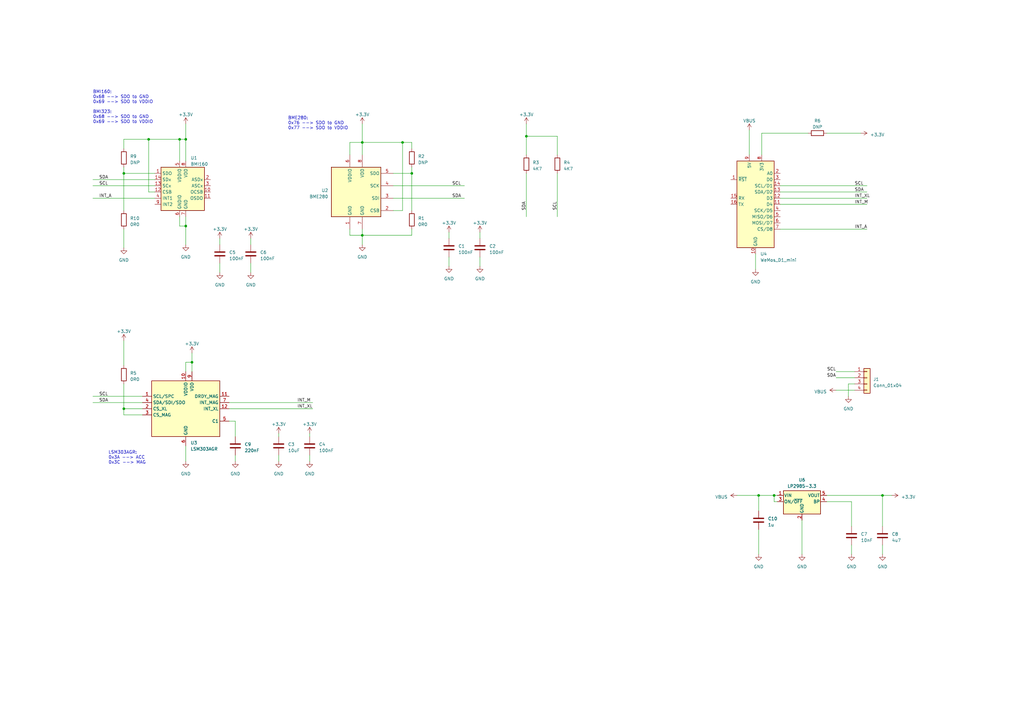
<source format=kicad_sch>
(kicad_sch (version 20230121) (generator eeschema)
  (paper "A3")
  (lib_symbols
    (symbol "Connector_Generic:Conn_01x04" (pin_names (offset 1.016) hide)
      (property "Reference" "J" (at 0 5.08 0))
      (property "Value" "Conn_01x04" (at 0 -7.62 0))
      (symbol "Conn_01x04_1_1"
        (rectangle (start -1.27 -4.953) (end 0 -5.207) (stroke (width 0.1524)))
        (rectangle (start -1.27 -2.413) (end 0 -2.667) (stroke (width 0.1524)))
        (rectangle (start -1.27 0.127) (end 0 -0.127) (stroke (width 0.1524)))
        (rectangle (start -1.27 2.667) (end 0 2.413) (stroke (width 0.1524)))
        (rectangle (start -1.27 3.81) (end 1.27 -6.35) (stroke (width 0.254)) (fill (type background)))
        (pin passive line (at -5.08 2.54 0) (length 3.81) (name "Pin_1") (number "1"))
        (pin passive line (at -5.08 0 0) (length 3.81) (name "Pin_2") (number "2"))
        (pin passive line (at -5.08 -2.54 0) (length 3.81) (name "Pin_3") (number "3"))
        (pin passive line (at -5.08 -5.08 0) (length 3.81) (name "Pin_4") (number "4"))
      )
    )
    (symbol "Device:C" (pin_numbers hide) (pin_names (offset 0.254))
      (property "Reference" "C" (at 0.635 2.54 0))
      (property "Value" "C" (at 0.635 -2.54 0))
      (symbol "C_0_1"
        (polyline (pts (xy -2.032 -0.762) (xy 2.032 -0.762)) (stroke (width 0.508)))
        (polyline (pts (xy -2.032 0.762) (xy 2.032 0.762)) (stroke (width 0.508)))
      )
      (symbol "C_1_1"
        (pin passive line (at 0 3.81 270) (length 2.794) (name "~") (number "1"))
        (pin passive line (at 0 -3.81 90) (length 2.794) (name "~") (number "2"))
      )
    )
    (symbol "Device:R" (pin_numbers hide) (pin_names (offset 0))
      (property "Reference" "R" (at 2.032 0 90))
      (property "Value" "R" (at 0 0 90))
      (symbol "R_0_1"
        (rectangle (start -1.016 -2.54) (end 1.016 2.54) (stroke (width 0.254)))
      )
      (symbol "R_1_1"
        (pin passive line (at 0 3.81 270) (length 1.27) (name "~") (number "1"))
        (pin passive line (at 0 -3.81 90) (length 1.27) (name "~") (number "2"))
      )
    )
    (symbol "MCU_Module:WeMos_D1_mini"
      (property "Reference" "U" (at 3.81 19.05 0))
      (property "Value" "WeMos_D1_mini" (at 1.27 -19.05 0))
      (symbol "WeMos_D1_mini_1_1"
        (rectangle (start -7.62 17.78) (end 7.62 -17.78) (stroke (width 0.254)) (fill (type background)))
        (pin input line (at -10.16 10.16 0) (length 2.54) (name "~{RST}") (number "1"))
        (pin power_in line (at 0 -20.32 90) (length 2.54) (name "GND") (number "10"))
        (pin bidirectional line (at 10.16 0 180) (length 2.54) (name "D4") (number "11"))
        (pin bidirectional line (at 10.16 2.54 180) (length 2.54) (name "D3") (number "12"))
        (pin bidirectional line (at 10.16 5.08 180) (length 2.54) (name "SDA/D2") (number "13"))
        (pin bidirectional line (at 10.16 7.62 180) (length 2.54) (name "SCL/D1") (number "14"))
        (pin input line (at -10.16 2.54 0) (length 2.54) (name "RX") (number "15"))
        (pin output line (at -10.16 0 0) (length 2.54) (name "TX") (number "16"))
        (pin input line (at 10.16 12.7 180) (length 2.54) (name "A0") (number "2"))
        (pin bidirectional line (at 10.16 10.16 180) (length 2.54) (name "D0") (number "3"))
        (pin bidirectional line (at 10.16 -2.54 180) (length 2.54) (name "SCK/D5") (number "4"))
        (pin bidirectional line (at 10.16 -5.08 180) (length 2.54) (name "MISO/D6") (number "5"))
        (pin bidirectional line (at 10.16 -7.62 180) (length 2.54) (name "MOSI/D7") (number "6"))
        (pin bidirectional line (at 10.16 -10.16 180) (length 2.54) (name "CS/D8") (number "7"))
        (pin power_out line (at 2.54 20.32 270) (length 2.54) (name "3V3") (number "8"))
        (pin power_in line (at -2.54 20.32 270) (length 2.54) (name "5V") (number "9"))
      )
    )
    (symbol "Regulator_Linear:LP2985-3.3" (pin_names (offset 0.254))
      (property "Reference" "U" (at -6.35 5.715 0))
      (property "Value" "LP2985-3.3" (at 0 5.715 0))
      (symbol "LP2985-3.3_0_1"
        (rectangle (start -7.62 -5.08) (end 7.62 4.445) (stroke (width 0.254)) (fill (type background)))
      )
      (symbol "LP2985-3.3_1_1"
        (pin power_in line (at -10.16 2.54 0) (length 2.54) (name "VIN") (number "1"))
        (pin power_in line (at 0 -7.62 90) (length 2.54) (name "GND") (number "2"))
        (pin input line (at -10.16 0 0) (length 2.54) (name "ON/~{OFF}") (number "3"))
        (pin input line (at 10.16 0 180) (length 2.54) (name "BP") (number "4"))
        (pin power_out line (at 10.16 2.54 180) (length 2.54) (name "VOUT") (number "5"))
      )
    )
    (symbol "Sensor:BME280"
      (property "Reference" "U" (at -8.89 11.43 0))
      (property "Value" "BME280" (at 7.62 11.43 0))
      (symbol "BME280_0_1"
        (rectangle (start -10.16 10.16) (end 10.16 -10.16) (stroke (width 0.254)) (fill (type background)))
      )
      (symbol "BME280_1_1"
        (pin power_in line (at -2.54 -15.24 90) (length 5.08) (name "GND") (number "1"))
        (pin input line (at 15.24 -7.62 180) (length 5.08) (name "CSB") (number "2"))
        (pin bidirectional line (at 15.24 -2.54 180) (length 5.08) (name "SDI") (number "3"))
        (pin input line (at 15.24 2.54 180) (length 5.08) (name "SCK") (number "4"))
        (pin bidirectional line (at 15.24 7.62 180) (length 5.08) (name "SDO") (number "5"))
        (pin power_in line (at -2.54 15.24 270) (length 5.08) (name "VDDIO") (number "6"))
        (pin power_in line (at 2.54 -15.24 90) (length 5.08) (name "GND") (number "7"))
        (pin power_in line (at 2.54 15.24 270) (length 5.08) (name "VDD") (number "8"))
      )
    )
    (symbol "Sensor_Motion:BMI160"
      (property "Reference" "U" (at -10.16 8.89 0))
      (property "Value" "BMI160" (at 7.62 8.89 0))
      (symbol "BMI160_1_1"
        (rectangle (start -10.16 7.62) (end 7.62 -10.16) (stroke (width 0.254)) (fill (type background)))
        (pin bidirectional line (at -12.7 5.08 0) (length 2.54) (name "SDO") (number "1"))
        (pin bidirectional line (at 10.16 -2.54 180) (length 2.54) (name "OCSB") (number "10"))
        (pin bidirectional line (at 10.16 -5.08 180) (length 2.54) (name "OSDO") (number "11"))
        (pin input line (at -12.7 -2.54 0) (length 2.54) (name "CSB") (number "12"))
        (pin input line (at -12.7 0 0) (length 2.54) (name "SCx") (number "13"))
        (pin bidirectional line (at -12.7 2.54 0) (length 2.54) (name "SDx") (number "14"))
        (pin bidirectional line (at 10.16 2.54 180) (length 2.54) (name "ASDx") (number "2"))
        (pin output line (at 10.16 0 180) (length 2.54) (name "ASCx") (number "3"))
        (pin bidirectional line (at -12.7 -5.08 0) (length 2.54) (name "INT1") (number "4"))
        (pin power_in line (at -2.54 10.16 270) (length 2.54) (name "VDDIO") (number "5"))
        (pin power_in line (at -2.54 -12.7 90) (length 2.54) (name "GNDIO") (number "6"))
        (pin power_in line (at 0 -12.7 90) (length 2.54) (name "GND") (number "7"))
        (pin power_in line (at 0 10.16 270) (length 2.54) (name "VDD") (number "8"))
        (pin bidirectional line (at -12.7 -7.62 0) (length 2.54) (name "INT2") (number "9"))
      )
    )
    (symbol "Sensor_Motion:LSM303C"
      (property "Reference" "U" (at -11.43 15.24 0))
      (property "Value" "LSM303C" (at -5.08 13.97 0))
      (symbol "LSM303C_0_1"
        (rectangle (start 13.97 11.43) (end -13.97 -11.43) (stroke (width 0.254)) (fill (type background)))
      )
      (symbol "LSM303C_1_1"
        (pin input line (at -17.78 5.08 0) (length 3.81) (name "SCL/SPC") (number "1"))
        (pin power_in line (at 0 15.24 270) (length 3.81) (name "VDDIO") (number "10"))
        (pin output line (at 17.78 5.08 180) (length 3.81) (name "DRDY_MAG") (number "11"))
        (pin output line (at 17.78 0 180) (length 3.81) (name "INT_XL") (number "12"))
        (pin input line (at -17.78 0 0) (length 3.81) (name "CS_XL") (number "2"))
        (pin input line (at -17.78 -2.54 0) (length 3.81) (name "CS_MAG") (number "3"))
        (pin bidirectional line (at -17.78 2.54 0) (length 3.81) (name "SDA/SDI/SDO") (number "4"))
        (pin passive line (at 17.78 -5.08 180) (length 3.81) (name "C1") (number "5"))
        (pin power_in line (at 0 -15.24 90) (length 3.81) (name "GND") (number "6"))
        (pin output line (at 17.78 2.54 180) (length 3.81) (name "INT_MAG") (number "7"))
        (pin passive line (at 0 -15.24 90) (length 3.81) hide (name "GND") (number "8"))
        (pin power_in line (at 2.54 15.24 270) (length 3.81) (name "VDD") (number "9"))
      )
    )
    (symbol "power:+3.3V" (power) (pin_names (offset 0))
      (property "Value" "+3.3V" (at 0 3.556 0))
      (symbol "+3.3V_0_1"
        (polyline (pts (xy -0.762 1.27) (xy 0 2.54)))
        (polyline (pts (xy 0 0) (xy 0 2.54)))
        (polyline (pts (xy 0 2.54) (xy 0.762 1.27)))
      )
      (symbol "+3.3V_1_1"
        (pin power_in line (at 0 0 90) (length 0) hide (name "+3.3V") (number "1"))
      )
    )
    (symbol "power:GND" (power) (pin_names (offset 0))
      (property "Value" "GND" (at 0 -3.81 0))
      (symbol "GND_0_1"
        (polyline (pts (xy 0 0) (xy 0 -1.27) (xy 1.27 -1.27) (xy 0 -2.54) (xy -1.27 -1.27) (xy 0 -1.27)))
      )
      (symbol "GND_1_1"
        (pin power_in line (at 0 0 270) (length 0) hide (name "GND") (number "1"))
      )
    )
    (symbol "power:VBUS" (power) (pin_names (offset 0))
      (property "Value" "VBUS" (at 0 3.81 0))
      (symbol "VBUS_0_1"
        (polyline (pts (xy -0.762 1.27) (xy 0 2.54)))
        (polyline (pts (xy 0 0) (xy 0 2.54)))
        (polyline (pts (xy 0 2.54) (xy 0.762 1.27)))
      )
      (symbol "VBUS_1_1"
        (pin power_in line (at 0 0 90) (length 0) hide (name "VBUS") (number "1"))
      )
    )
  )
  (junction (at 317.5 203.2))
  (junction (at 76.2 57.15))
  (junction (at 148.59 96.52))
  (junction (at 78.74 148.59))
  (junction (at 311.15 203.2))
  (junction (at 215.9 55.88))
  (junction (at 148.59 58.42))
  (junction (at 168.91 71.12))
  (junction (at 361.95 203.2))
  (junction (at 50.8 71.12))
  (junction (at 165.1 58.42))
  (junction (at 73.66 57.15))
  (junction (at 50.8 167.64))
  (junction (at 60.96 57.15))
  (junction (at 76.2 92.71))
  (wire (pts (xy 320.04 76.2) (xy 355.6 76.2)))
  (wire (pts (xy 165.1 58.42) (xy 168.91 58.42)))
  (wire (pts (xy 317.5 205.74) (xy 317.5 203.2)))
  (wire (pts (xy 196.85 95.25) (xy 196.85 97.79)))
  (wire (pts (xy 215.9 71.12) (xy 215.9 88.9)))
  (wire (pts (xy 312.42 54.61) (xy 312.42 63.5)))
  (wire (pts (xy 168.91 93.98) (xy 168.91 96.52)))
  (wire (pts (xy 215.9 55.88) (xy 215.9 63.5)))
  (wire (pts (xy 73.66 92.71) (xy 76.2 92.71)))
  (wire (pts (xy 50.8 139.7) (xy 50.8 149.86)))
  (wire (pts (xy 50.8 71.12) (xy 50.8 86.36)))
  (wire (pts (xy 93.98 172.72) (xy 96.52 172.72)))
  (wire (pts (xy 196.85 105.41) (xy 196.85 109.22)))
  (wire (pts (xy 165.1 58.42) (xy 148.59 58.42)))
  (wire (pts (xy 307.34 53.34) (xy 307.34 63.5)))
  (wire (pts (xy 127 186.69) (xy 127 189.23)))
  (wire (pts (xy 349.25 205.74) (xy 339.09 205.74)))
  (wire (pts (xy 168.91 96.52) (xy 148.59 96.52)))
  (wire (pts (xy 342.9 160.02) (xy 350.52 160.02)))
  (wire (pts (xy 38.1 73.66) (xy 63.5 73.66)))
  (wire (pts (xy 349.25 205.74) (xy 349.25 215.9)))
  (wire (pts (xy 318.77 205.74) (xy 317.5 205.74)))
  (wire (pts (xy 148.59 93.98) (xy 148.59 96.52)))
  (wire (pts (xy 309.88 110.49) (xy 309.88 104.14)))
  (wire (pts (xy 102.87 107.95) (xy 102.87 111.76)))
  (wire (pts (xy 76.2 57.15) (xy 76.2 66.04)))
  (wire (pts (xy 161.29 71.12) (xy 168.91 71.12)))
  (wire (pts (xy 350.52 154.94) (xy 342.9 154.94)))
  (wire (pts (xy 96.52 172.72) (xy 96.52 179.07)))
  (wire (pts (xy 38.1 165.1) (xy 58.42 165.1)))
  (wire (pts (xy 215.9 50.8) (xy 215.9 55.88)))
  (wire (pts (xy 63.5 71.12) (xy 50.8 71.12)))
  (wire (pts (xy 161.29 81.28) (xy 190.5 81.28)))
  (wire (pts (xy 148.59 50.8) (xy 148.59 58.42)))
  (wire (pts (xy 76.2 148.59) (xy 78.74 148.59)))
  (wire (pts (xy 148.59 96.52) (xy 148.59 100.33)))
  (wire (pts (xy 168.91 71.12) (xy 168.91 68.58)))
  (wire (pts (xy 102.87 97.79) (xy 102.87 100.33)))
  (wire (pts (xy 50.8 157.48) (xy 50.8 167.64)))
  (wire (pts (xy 311.15 203.2) (xy 317.5 203.2)))
  (wire (pts (xy 148.59 58.42) (xy 148.59 63.5)))
  (wire (pts (xy 90.17 107.95) (xy 90.17 111.76)))
  (wire (pts (xy 76.2 92.71) (xy 76.2 100.33)))
  (wire (pts (xy 73.66 88.9) (xy 73.66 92.71)))
  (wire (pts (xy 347.98 162.56) (xy 347.98 157.48)))
  (wire (pts (xy 311.15 203.2) (xy 311.15 209.55)))
  (wire (pts (xy 165.1 86.36) (xy 165.1 58.42)))
  (wire (pts (xy 76.2 189.23) (xy 76.2 182.88)))
  (wire (pts (xy 161.29 76.2) (xy 190.5 76.2)))
  (wire (pts (xy 76.2 50.8) (xy 76.2 57.15)))
  (wire (pts (xy 50.8 93.98) (xy 50.8 101.6)))
  (wire (pts (xy 76.2 92.71) (xy 76.2 88.9)))
  (wire (pts (xy 38.1 76.2) (xy 63.5 76.2)))
  (wire (pts (xy 60.96 57.15) (xy 73.66 57.15)))
  (wire (pts (xy 349.25 223.52) (xy 349.25 227.33)))
  (wire (pts (xy 143.51 93.98) (xy 143.51 96.52)))
  (wire (pts (xy 320.04 78.74) (xy 355.6 78.74)))
  (wire (pts (xy 184.15 95.25) (xy 184.15 97.79)))
  (wire (pts (xy 96.52 186.69) (xy 96.52 189.23)))
  (wire (pts (xy 38.1 81.28) (xy 63.5 81.28)))
  (wire (pts (xy 73.66 57.15) (xy 73.66 66.04)))
  (wire (pts (xy 361.95 203.2) (xy 365.76 203.2)))
  (wire (pts (xy 361.95 223.52) (xy 361.95 227.33)))
  (wire (pts (xy 50.8 167.64) (xy 50.8 170.18)))
  (wire (pts (xy 114.3 177.8) (xy 114.3 179.07)))
  (wire (pts (xy 317.5 203.2) (xy 318.77 203.2)))
  (wire (pts (xy 361.95 203.2) (xy 361.95 215.9)))
  (wire (pts (xy 228.6 63.5) (xy 228.6 55.88)))
  (wire (pts (xy 328.93 227.33) (xy 328.93 213.36)))
  (wire (pts (xy 50.8 57.15) (xy 60.96 57.15)))
  (wire (pts (xy 161.29 86.36) (xy 165.1 86.36)))
  (wire (pts (xy 184.15 105.41) (xy 184.15 109.22)))
  (wire (pts (xy 215.9 55.88) (xy 228.6 55.88)))
  (wire (pts (xy 339.09 203.2) (xy 361.95 203.2)))
  (wire (pts (xy 347.98 157.48) (xy 350.52 157.48)))
  (wire (pts (xy 78.74 148.59) (xy 78.74 152.4)))
  (wire (pts (xy 50.8 60.96) (xy 50.8 57.15)))
  (wire (pts (xy 50.8 167.64) (xy 58.42 167.64)))
  (wire (pts (xy 90.17 97.79) (xy 90.17 100.33)))
  (wire (pts (xy 168.91 60.96) (xy 168.91 58.42)))
  (wire (pts (xy 58.42 170.18) (xy 50.8 170.18)))
  (wire (pts (xy 350.52 152.4) (xy 342.9 152.4)))
  (wire (pts (xy 143.51 96.52) (xy 148.59 96.52)))
  (wire (pts (xy 143.51 63.5) (xy 143.51 58.42)))
  (wire (pts (xy 302.26 203.2) (xy 311.15 203.2)))
  (wire (pts (xy 114.3 186.69) (xy 114.3 189.23)))
  (wire (pts (xy 63.5 78.74) (xy 60.96 78.74)))
  (wire (pts (xy 78.74 144.78) (xy 78.74 148.59)))
  (wire (pts (xy 76.2 152.4) (xy 76.2 148.59)))
  (wire (pts (xy 331.47 54.61) (xy 312.42 54.61)))
  (wire (pts (xy 73.66 57.15) (xy 76.2 57.15)))
  (wire (pts (xy 228.6 71.12) (xy 228.6 88.9)))
  (wire (pts (xy 311.15 227.33) (xy 311.15 217.17)))
  (wire (pts (xy 320.04 83.82) (xy 355.6 83.82)))
  (wire (pts (xy 320.04 81.28) (xy 355.6 81.28)))
  (wire (pts (xy 38.1 162.56) (xy 58.42 162.56)))
  (wire (pts (xy 93.98 165.1) (xy 128.27 165.1)))
  (wire (pts (xy 168.91 71.12) (xy 168.91 86.36)))
  (wire (pts (xy 60.96 57.15) (xy 60.96 78.74)))
  (wire (pts (xy 93.98 167.64) (xy 128.27 167.64)))
  (wire (pts (xy 353.06 54.61) (xy 339.09 54.61)))
  (wire (pts (xy 143.51 58.42) (xy 148.59 58.42)))
  (wire (pts (xy 320.04 93.98) (xy 355.6 93.98)))
  (wire (pts (xy 127 177.8) (xy 127 179.07)))
  (wire (pts (xy 50.8 68.58) (xy 50.8 71.12)))
  (text "BME280:\n0x76 --> SDO to GND\n0x77 --> SDO to VDDIO" (at 118.11 53.34 0) (effects (font (size 1.27 1.27)) (justify left bottom)))
  (text "BMI160:\n0x68 --> SDO to GND\n0x69 --> SDO to VDDIO\n\nBMI323:\n0x68 --> SDO to GND\n0x69 --> SDO to VDDIO" (at 38.1 50.8 0) (effects (font (size 1.27 1.27)) (justify left bottom)))
  (text "LSM303AGR:\n0x3A --> ACC\n0x3C --> MAG" (at 44.45 190.5 0) (effects (font (size 1.27 1.27)) (justify left bottom)))
  (label "SCL" (at 228.6 82.55 270))
  (label "SCL" (at 40.64 76.2 0))
  (label "SDA" (at 342.9 154.94 180))
  (label "INT_A" (at 40.64 81.28 0))
  (label "SCL" (at 185.42 76.2 0))
  (label "INT_XL" (at 121.92 167.64 0))
  (label "SCL" (at 350.52 76.2 0))
  (label "SDA" (at 185.42 81.28 0))
  (label "INT_A" (at 350.52 93.98 0))
  (label "INT_XL" (at 350.52 81.28 0))
  (label "SDA" (at 215.9 82.55 270))
  (label "SCL" (at 342.9 152.4 180))
  (label "INT_M" (at 121.92 165.1 0))
  (label "SDA" (at 40.64 73.66 0))
  (label "SCL" (at 40.64 162.56 0))
  (label "SDA" (at 350.52 78.74 0))
  (label "SDA" (at 40.64 165.1 0))
  (label "INT_M" (at 350.52 83.82 0))
  (symbol (lib_id "power:+3.3V") (at 102.87 97.79 0) (unit 1)
    (property "Reference" "#PWR028" (effects hide))
    (property "Value" "+3.3V" (at 102.87 93.98 0))
  )
  (symbol (lib_id "Device:R") (at 50.8 64.77 0) (unit 1)
    (property "Reference" "R9" (at 53.34 64.135 0) (effects (justify left)))
    (property "Value" "DNP" (at 53.34 66.675 0) (effects (justify left)))
    (property "Footprint" "Resistor_SMD:R_0402_1005Metric" (effects hide))
  )
  (symbol (lib_id "power:GND") (at 184.15 109.22 0) (unit 1)
    (property "Reference" "#PWR018" (effects hide))
    (property "Value" "GND" (at 184.15 114.3 0))
  )
  (symbol (lib_id "power:GND") (at 127 189.23 0) (unit 1)
    (property "Reference" "#PWR025" (effects hide))
    (property "Value" "GND" (at 127 194.31 0))
  )
  (symbol (lib_id "power:VBUS") (at 302.26 203.2 90) (unit 1)
    (property "Reference" "#PWR011" (effects hide))
    (property "Value" "VBUS" (at 298.45 203.835 90) (effects (justify left)))
  )
  (symbol (lib_id "Device:R") (at 335.28 54.61 90) (unit 1)
    (property "Reference" "R6" (at 335.28 49.53 90))
    (property "Value" "DNP" (at 335.28 52.07 90))
    (property "Footprint" "Resistor_SMD:R_0402_1005Metric" (effects hide))
  )
  (symbol (lib_id "power:GND") (at 361.95 227.33 0) (unit 1)
    (property "Reference" "#PWR033" (effects hide))
    (property "Value" "GND" (at 361.95 232.41 0))
  )
  (symbol (lib_id "power:GND") (at 102.87 111.76 0) (unit 1)
    (property "Reference" "#PWR029" (effects hide))
    (property "Value" "GND" (at 102.87 116.84 0))
  )
  (symbol (lib_id "power:GND") (at 90.17 111.76 0) (unit 1)
    (property "Reference" "#PWR027" (effects hide))
    (property "Value" "GND" (at 90.17 116.84 0))
  )
  (symbol (lib_id "power:GND") (at 76.2 100.33 0) (unit 1)
    (property "Reference" "#PWR06" (effects hide))
    (property "Value" "GND" (at 76.2 105.41 0))
  )
  (symbol (lib_id "Device:R") (at 215.9 67.31 0) (unit 1)
    (property "Reference" "R3" (at 218.44 66.675 0) (effects (justify left)))
    (property "Value" "4K7" (at 218.44 69.215 0) (effects (justify left)))
    (property "Footprint" "Resistor_SMD:R_0603_1608Metric" (effects hide))
  )
  (symbol (lib_id "Device:R") (at 50.8 153.67 0) (unit 1)
    (property "Reference" "R5" (at 53.34 153.035 0) (effects (justify left)))
    (property "Value" "0R0" (at 53.34 155.575 0) (effects (justify left)))
    (property "Footprint" "Resistor_SMD:R_0402_1005Metric" (effects hide))
  )
  (symbol (lib_id "Device:R") (at 168.91 90.17 0) (unit 1)
    (property "Reference" "R1" (at 171.45 89.535 0) (effects (justify left)))
    (property "Value" "0R0" (at 171.45 92.075 0) (effects (justify left)))
    (property "Footprint" "Resistor_SMD:R_0402_1005Metric" (effects hide))
  )
  (symbol (lib_id "Device:C") (at 90.17 104.14 0) (unit 1)
    (property "Reference" "C5" (at 93.98 103.505 0) (effects (justify left)))
    (property "Value" "100nF" (at 93.98 106.045 0) (effects (justify left)))
    (property "Footprint" "Capacitor_SMD:C_0603_1608Metric" (effects hide))
  )
  (symbol (lib_id "Device:C") (at 114.3 182.88 0) (unit 1)
    (property "Reference" "C3" (at 118.11 182.245 0) (effects (justify left)))
    (property "Value" "10uF" (at 118.11 184.785 0) (effects (justify left)))
    (property "Footprint" "Capacitor_SMD:C_0603_1608Metric" (effects hide))
  )
  (symbol (lib_id "power:GND") (at 50.8 101.6 0) (unit 1)
    (property "Reference" "#PWR017" (effects hide))
    (property "Value" "GND" (at 50.8 106.68 0))
  )
  (symbol (lib_id "power:+3.3V") (at 127 177.8 0) (unit 1)
    (property "Reference" "#PWR024" (effects hide))
    (property "Value" "+3.3V" (at 127 173.99 0))
  )
  (symbol (lib_id "Device:C") (at 349.25 219.71 0) (unit 1)
    (property "Reference" "C7" (at 353.06 219.075 0) (effects (justify left)))
    (property "Value" "10nF" (at 353.06 221.615 0) (effects (justify left)))
    (property "Footprint" "Capacitor_SMD:C_0603_1608Metric" (effects hide))
  )
  (symbol (lib_id "power:+3.3V") (at 114.3 177.8 0) (unit 1)
    (property "Reference" "#PWR022" (effects hide))
    (property "Value" "+3.3V" (at 114.3 173.99 0))
  )
  (symbol (lib_id "power:GND") (at 196.85 109.22 0) (unit 1)
    (property "Reference" "#PWR019" (effects hide))
    (property "Value" "GND" (at 196.85 114.3 0))
  )
  (symbol (lib_id "power:+3.3V") (at 196.85 95.25 0) (unit 1)
    (property "Reference" "#PWR021" (effects hide))
    (property "Value" "+3.3V" (at 196.85 91.44 0))
  )
  (symbol (lib_id "Device:R") (at 168.91 64.77 0) (unit 1)
    (property "Reference" "R2" (at 171.45 64.135 0) (effects (justify left)))
    (property "Value" "DNP" (at 171.45 66.675 0) (effects (justify left)))
    (property "Footprint" "Resistor_SMD:R_0402_1005Metric" (effects hide))
  )
  (symbol (lib_id "power:VBUS") (at 342.9 160.02 90) (unit 1)
    (property "Reference" "#PWR014" (effects hide))
    (property "Value" "VBUS" (at 339.09 160.655 90) (effects (justify left)))
  )
  (symbol (lib_id "Device:C") (at 311.15 213.36 0) (unit 1)
    (property "Reference" "C10" (at 314.96 212.725 0) (effects (justify left)))
    (property "Value" "1u" (at 314.96 215.265 0) (effects (justify left)))
    (property "Footprint" "Capacitor_SMD:C_0603_1608Metric" (effects hide))
  )
  (symbol (lib_id "power:+3.3V") (at 148.59 50.8 0) (unit 1)
    (property "Reference" "#PWR08" (effects hide))
    (property "Value" "+3.3V" (at 148.59 46.99 0))
  )
  (symbol (lib_id "Device:C") (at 96.52 182.88 0) (unit 1)
    (property "Reference" "C9" (at 100.33 182.245 0) (effects (justify left)))
    (property "Value" "220nF" (at 100.33 184.785 0) (effects (justify left)))
    (property "Footprint" "Capacitor_SMD:C_0603_1608Metric" (effects hide))
  )
  (symbol (lib_id "power:+3.3V") (at 215.9 50.8 0) (unit 1)
    (property "Reference" "#PWR012" (effects hide))
    (property "Value" "+3.3V" (at 215.9 46.99 0))
  )
  (symbol (lib_id "Device:R") (at 228.6 67.31 0) (unit 1)
    (property "Reference" "R4" (at 231.14 66.675 0) (effects (justify left)))
    (property "Value" "4K7" (at 231.14 69.215 0) (effects (justify left)))
    (property "Footprint" "Resistor_SMD:R_0603_1608Metric" (effects hide))
  )
  (symbol (lib_id "Device:C") (at 102.87 104.14 0) (unit 1)
    (property "Reference" "C6" (at 106.68 103.505 0) (effects (justify left)))
    (property "Value" "100nF" (at 106.68 106.045 0) (effects (justify left)))
    (property "Footprint" "Capacitor_SMD:C_0603_1608Metric" (effects hide))
  )
  (symbol (lib_id "power:GND") (at 114.3 189.23 0) (unit 1)
    (property "Reference" "#PWR023" (effects hide))
    (property "Value" "GND" (at 114.3 194.31 0))
  )
  (symbol (lib_id "Device:R") (at 50.8 90.17 0) (unit 1)
    (property "Reference" "R10" (at 53.34 89.535 0) (effects (justify left)))
    (property "Value" "0R0" (at 53.34 92.075 0) (effects (justify left)))
    (property "Footprint" "Resistor_SMD:R_0402_1005Metric" (effects hide))
  )
  (symbol (lib_id "power:+3.3V") (at 365.76 203.2 270) (unit 1)
    (property "Reference" "#PWR02" (effects hide))
    (property "Value" "+3.3V" (at 369.57 203.835 90) (effects (justify left)))
  )
  (symbol (lib_id "Regulator_Linear:LP2985-3.3") (at 328.93 205.74 0) (unit 1)
    (property "Reference" "U6" (at 328.93 196.85 0))
    (property "Value" "LP2985-3.3" (at 328.93 199.39 0))
    (property "Footprint" "Package_TO_SOT_SMD:SOT-23-5" (effects hide))
    (property "Datasheet" "http://www.ti.com/lit/ds/symlink/lp2985.pdf" (effects hide))
  )
  (symbol (lib_id "power:+3.3V") (at 76.2 50.8 0) (unit 1)
    (property "Reference" "#PWR04" (effects hide))
    (property "Value" "+3.3V" (at 76.2 46.99 0))
  )
  (symbol (lib_id "Device:C") (at 196.85 101.6 0) (unit 1)
    (property "Reference" "C2" (at 200.66 100.965 0) (effects (justify left)))
    (property "Value" "100nF" (at 200.66 103.505 0) (effects (justify left)))
    (property "Footprint" "Capacitor_SMD:C_0603_1608Metric" (effects hide))
  )
  (symbol (lib_id "power:GND") (at 349.25 227.33 0) (unit 1)
    (property "Reference" "#PWR031" (effects hide))
    (property "Value" "GND" (at 349.25 232.41 0))
  )
  (symbol (lib_id "Device:C") (at 184.15 101.6 0) (unit 1)
    (property "Reference" "C1" (at 187.96 100.965 0) (effects (justify left)))
    (property "Value" "100nF" (at 187.96 103.505 0) (effects (justify left)))
    (property "Footprint" "Capacitor_SMD:C_0603_1608Metric" (effects hide))
  )
  (symbol (lib_id "Sensor:BME280") (at 146.05 78.74 0) (unit 1)
    (property "Reference" "U2" (at 134.62 78.105 0) (effects (justify right)))
    (property "Value" "BME280" (at 134.62 80.645 0) (effects (justify right)))
    (property "Footprint" "Package_LGA:Bosch_LGA-8_2.5x2.5mm_P0.65mm_ClockwisePinNumbering" (effects hide))
    (property "Datasheet" "https://www.bosch-sensortec.com/media/boschsensortec/downloads/datasheets/bst-bme280-ds002.pdf" (effects hide))
  )
  (symbol (lib_id "Sensor_Motion:BMI160") (at 76.2 76.2 0) (unit 1)
    (property "Reference" "U1" (at 78.1559 64.77 0) (effects (justify left)))
    (property "Value" "BMI160" (at 78.1559 67.31 0) (effects (justify left)))
    (property "Footprint" "Package_LGA:Bosch_LGA-14_3x2.5mm_P0.5mm" (effects hide))
    (property "Datasheet" "https://www.bosch-sensortec.com/media/boschsensortec/downloads/datasheets/bst-bmi160-ds000.pdf" (effects hide))
  )
  (symbol (lib_id "Device:C") (at 361.95 219.71 0) (unit 1)
    (property "Reference" "C8" (at 365.76 219.075 0) (effects (justify left)))
    (property "Value" "4u7" (at 365.76 221.615 0) (effects (justify left)))
    (property "Footprint" "Capacitor_SMD:C_0603_1608Metric" (effects hide))
  )
  (symbol (lib_id "power:GND") (at 148.59 100.33 0) (unit 1)
    (property "Reference" "#PWR07" (effects hide))
    (property "Value" "GND" (at 148.59 105.41 0))
  )
  (symbol (lib_id "MCU_Module:WeMos_D1_mini") (at 309.88 83.82 0) (unit 1)
    (property "Reference" "U4" (at 311.8359 104.14 0) (effects (justify left)))
    (property "Value" "WeMos_D1_mini" (at 311.8359 106.68 0) (effects (justify left)))
    (property "Footprint" "Module:WEMOS_D1_mini_light" (effects hide))
    (property "Datasheet" "https://wiki.wemos.cc/products:d1:d1_mini#documentation" (effects hide))
  )
  (symbol (lib_id "power:GND") (at 347.98 162.56 0) (unit 1)
    (property "Reference" "#PWR013" (effects hide))
    (property "Value" "GND" (at 347.98 167.64 0))
  )
  (symbol (lib_id "power:+3.3V") (at 50.8 139.7 0) (unit 1)
    (property "Reference" "#PWR015" (effects hide))
    (property "Value" "+3.3V" (at 50.8 135.89 0))
  )
  (symbol (lib_id "Connector_Generic:Conn_01x04") (at 355.6 154.94 0) (unit 1)
    (property "Reference" "J1" (at 358.14 155.575 0) (effects (justify left)))
    (property "Value" "Conn_01x04" (at 358.14 158.115 0) (effects (justify left)))
    (property "Footprint" "Connector_JST:JST_XA_B04B-XASK-1_1x04_P2.50mm_Vertical" (effects hide))
  )
  (symbol (lib_id "power:GND") (at 311.15 227.33 0) (unit 1)
    (property "Reference" "#PWR032" (effects hide))
    (property "Value" "GND" (at 311.15 232.41 0))
  )
  (symbol (lib_id "power:GND") (at 328.93 227.33 0) (unit 1)
    (property "Reference" "#PWR01" (effects hide))
    (property "Value" "GND" (at 328.93 232.41 0))
  )
  (symbol (lib_id "power:GND") (at 309.88 110.49 0) (unit 1)
    (property "Reference" "#PWR016" (effects hide))
    (property "Value" "GND" (at 309.88 115.57 0))
  )
  (symbol (lib_id "power:+3.3V") (at 353.06 54.61 270) (unit 1)
    (property "Reference" "#PWR09" (effects hide))
    (property "Value" "+3.3V" (at 356.87 55.245 90) (effects (justify left)))
  )
  (symbol (lib_id "power:+3.3V") (at 90.17 97.79 0) (unit 1)
    (property "Reference" "#PWR026" (effects hide))
    (property "Value" "+3.3V" (at 90.17 93.98 0))
  )
  (symbol (lib_id "Device:C") (at 127 182.88 0) (unit 1)
    (property "Reference" "C4" (at 130.81 182.245 0) (effects (justify left)))
    (property "Value" "100nF" (at 130.81 184.785 0) (effects (justify left)))
    (property "Footprint" "Capacitor_SMD:C_0603_1608Metric" (effects hide))
  )
  (symbol (lib_id "power:GND") (at 96.52 189.23 0) (unit 1)
    (property "Reference" "#PWR030" (effects hide))
    (property "Value" "GND" (at 96.52 194.31 0))
  )
  (symbol (lib_id "power:GND") (at 76.2 189.23 0) (unit 1)
    (property "Reference" "#PWR05" (effects hide))
    (property "Value" "GND" (at 76.2 194.31 0))
  )
  (symbol (lib_id "power:+3.3V") (at 78.74 144.78 0) (unit 1)
    (property "Reference" "#PWR03" (effects hide))
    (property "Value" "+3.3V" (at 78.74 140.97 0))
  )
  (symbol (lib_id "Sensor_Motion:LSM303C") (at 76.2 167.64 0) (unit 1)
    (property "Reference" "U3" (at 78.1559 181.61 0) (effects (justify left)))
    (property "Value" "LSM303AGR" (at 78.1559 184.15 0) (effects (justify left)))
    (property "Footprint" "Package_LGA:LGA-12_2x2mm_P0.5mm" (effects hide))
    (property "Datasheet" "https://www.st.com/resource/en/datasheet/lsm303agr.pdf" (effects hide))
  )
  (symbol (lib_id "power:+3.3V") (at 184.15 95.25 0) (unit 1)
    (property "Reference" "#PWR020" (effects hide))
    (property "Value" "+3.3V" (at 184.15 91.44 0))
  )
  (symbol (lib_id "power:VBUS") (at 307.34 53.34 0) (unit 1)
    (property "Reference" "#PWR010" (effects hide))
    (property "Value" "VBUS" (at 307.34 49.53 0))
  )
)
</source>
